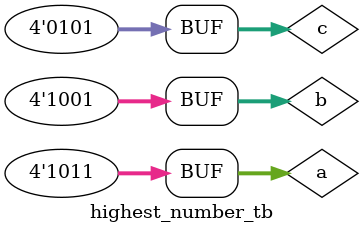
<source format=v>
`timescale 1ns/1ns
module highest_number_tb;
reg[3:0] a,b,c;
wire [3:0] op;

highest_number uut(.a(a),.b(b),.c(c),.op(op));

initial begin

a=4'b0000;
b=4'b0000;
c=4'b0000;
#10;
a=4'b1001;
b=4'b1101;
c=4'b1111;
#10
a=4'b1011;
b=4'b1001;
c=4'b0101;
end

initial begin
	$monitor("at time%0d;a=%b,b=%b,c=%b,op=%b",$time,a,b,c,op);
end

endmodule

</source>
